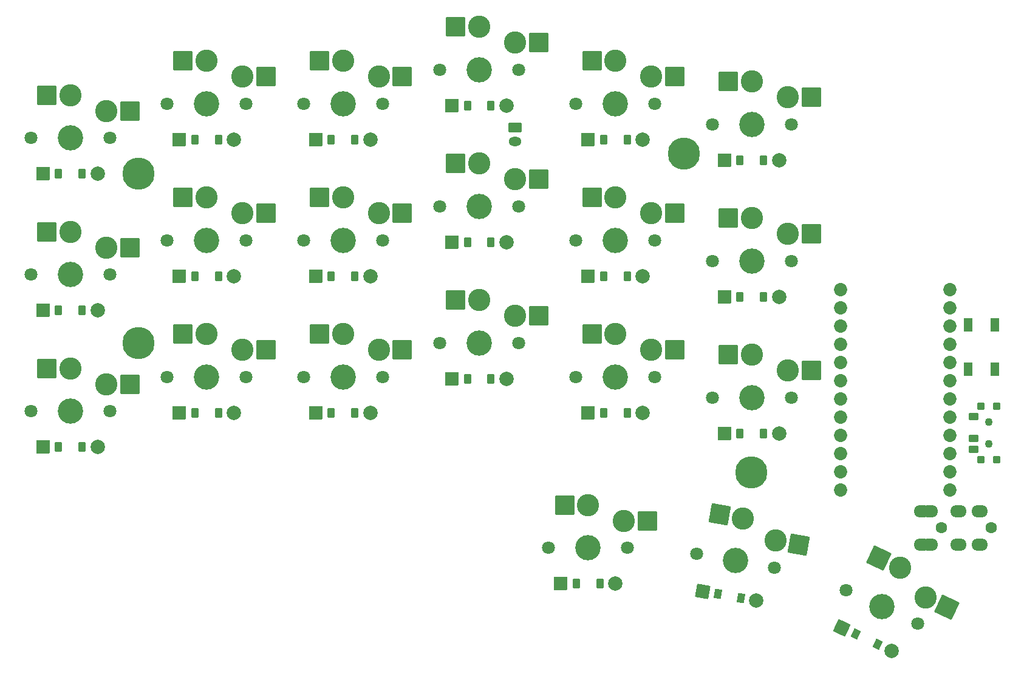
<source format=gbr>
%TF.GenerationSoftware,KiCad,Pcbnew,7.0.9*%
%TF.CreationDate,2024-08-18T04:48:21-07:00*%
%TF.ProjectId,left,6c656674-2e6b-4696-9361-645f70636258,v1.0.0*%
%TF.SameCoordinates,Original*%
%TF.FileFunction,Soldermask,Bot*%
%TF.FilePolarity,Negative*%
%FSLAX46Y46*%
G04 Gerber Fmt 4.6, Leading zero omitted, Abs format (unit mm)*
G04 Created by KiCad (PCBNEW 7.0.9) date 2024-08-18 04:48:21*
%MOMM*%
%LPD*%
G01*
G04 APERTURE LIST*
G04 Aperture macros list*
%AMRoundRect*
0 Rectangle with rounded corners*
0 $1 Rounding radius*
0 $2 $3 $4 $5 $6 $7 $8 $9 X,Y pos of 4 corners*
0 Add a 4 corners polygon primitive as box body*
4,1,4,$2,$3,$4,$5,$6,$7,$8,$9,$2,$3,0*
0 Add four circle primitives for the rounded corners*
1,1,$1+$1,$2,$3*
1,1,$1+$1,$4,$5*
1,1,$1+$1,$6,$7*
1,1,$1+$1,$8,$9*
0 Add four rect primitives between the rounded corners*
20,1,$1+$1,$2,$3,$4,$5,0*
20,1,$1+$1,$4,$5,$6,$7,0*
20,1,$1+$1,$6,$7,$8,$9,0*
20,1,$1+$1,$8,$9,$2,$3,0*%
G04 Aperture macros list end*
%ADD10RoundRect,0.050000X-0.625000X0.450000X-0.625000X-0.450000X0.625000X-0.450000X0.625000X0.450000X0*%
%ADD11RoundRect,0.050000X-0.450000X0.450000X-0.450000X-0.450000X0.450000X-0.450000X0.450000X0.450000X0*%
%ADD12C,1.100000*%
%ADD13RoundRect,0.050000X-0.550000X0.900000X-0.550000X-0.900000X0.550000X-0.900000X0.550000X0.900000X0*%
%ADD14C,1.801800*%
%ADD15C,3.100000*%
%ADD16C,3.529000*%
%ADD17RoundRect,0.050000X-1.300000X-1.300000X1.300000X-1.300000X1.300000X1.300000X-1.300000X1.300000X0*%
%ADD18RoundRect,0.050000X-1.727604X-0.628796X0.628796X-1.727604X1.727604X0.628796X-0.628796X1.727604X0*%
%ADD19RoundRect,0.050000X-0.889000X-0.889000X0.889000X-0.889000X0.889000X0.889000X-0.889000X0.889000X0*%
%ADD20RoundRect,0.050000X-0.450000X-0.600000X0.450000X-0.600000X0.450000X0.600000X-0.450000X0.600000X0*%
%ADD21C,2.005000*%
%ADD22RoundRect,0.050000X-1.181415X-0.430000X0.430000X-1.181415X1.181415X0.430000X-0.430000X1.181415X0*%
%ADD23RoundRect,0.050000X-0.661409X-0.353606X0.154268X-0.733963X0.661409X0.353606X-0.154268X0.733963X0*%
%ADD24C,1.600000*%
%ADD25O,2.300000X1.700000*%
%ADD26RoundRect,0.050000X-0.850000X0.600000X-0.850000X-0.600000X0.850000X-0.600000X0.850000X0.600000X0*%
%ADD27O,1.800000X1.300000*%
%ADD28RoundRect,0.050000X-1.505993X-1.054507X1.054507X-1.505993X1.505993X1.054507X-1.054507X1.505993X0*%
%ADD29C,0.800000*%
%ADD30C,4.500000*%
%ADD31RoundRect,0.050000X-1.029867X-0.721121X0.721121X-1.029867X1.029867X0.721121X-0.721121X1.029867X0*%
%ADD32RoundRect,0.050000X-0.547352X-0.512743X0.338975X-0.669026X0.547352X0.512743X-0.338975X0.669026X0*%
%ADD33C,1.852600*%
G04 APERTURE END LIST*
D10*
%TO.C,T1*%
X269374550Y-165102900D03*
X269374550Y-163602900D03*
X269374550Y-160602900D03*
D11*
X270349550Y-166552900D03*
X272549550Y-166552900D03*
D12*
X271449550Y-164352900D03*
X271449550Y-161352900D03*
D11*
X270349550Y-159152900D03*
X272549550Y-159152900D03*
%TD*%
D13*
%TO.C,B1*%
X272299550Y-147752900D03*
X272299550Y-153952900D03*
X268599550Y-147752900D03*
X268599550Y-153952900D03*
%TD*%
D14*
%TO.C,S5*%
X137949550Y-140757900D03*
D15*
X143449550Y-134807900D03*
D16*
X143449550Y-140757900D03*
D15*
X148449550Y-137007900D03*
D14*
X148949550Y-140757900D03*
D17*
X140174550Y-134807900D03*
X151724550Y-137007900D03*
%TD*%
D14*
%TO.C,S1*%
X251598465Y-184759355D03*
D15*
X259097737Y-181691224D03*
D16*
X256583158Y-187083755D03*
D15*
X262699515Y-185798192D03*
D14*
X261567851Y-189408155D03*
D18*
X256129579Y-180307149D03*
X265667673Y-187182267D03*
%TD*%
D19*
%TO.C,D5*%
X139639550Y-145757900D03*
D20*
X141799550Y-145757900D03*
X145099550Y-145757900D03*
D21*
X147259550Y-145757900D03*
%TD*%
D22*
%TO.C,D1*%
X251017034Y-190005118D03*
D23*
X252974659Y-190917974D03*
X255965475Y-192312614D03*
D21*
X257923100Y-193225470D03*
%TD*%
D14*
%TO.C,S20*%
X232949550Y-138852900D03*
D15*
X238449550Y-132902900D03*
D16*
X238449550Y-138852900D03*
D15*
X243449550Y-135102900D03*
D14*
X243949550Y-138852900D03*
D17*
X235174550Y-132902900D03*
X246724550Y-135102900D03*
%TD*%
D14*
%TO.C,S8*%
X156949550Y-135995400D03*
D15*
X162449550Y-130045400D03*
D16*
X162449550Y-135995400D03*
D15*
X167449550Y-132245400D03*
D14*
X167949550Y-135995400D03*
D17*
X159174550Y-130045400D03*
X170724550Y-132245400D03*
%TD*%
D19*
%TO.C,D11*%
X177639550Y-140995400D03*
D20*
X179799550Y-140995400D03*
X183099550Y-140995400D03*
D21*
X185259550Y-140995400D03*
%TD*%
D24*
%TO.C,TRRS1*%
X271846350Y-176100700D03*
X264846350Y-176100700D03*
D25*
X262146350Y-173800700D03*
X262146350Y-178400700D03*
X263246350Y-173800700D03*
X263246350Y-178400700D03*
X267246350Y-173800700D03*
X267246350Y-178400700D03*
X270246350Y-173800700D03*
X270246350Y-178400700D03*
%TD*%
D26*
%TO.C,JST1*%
X205449550Y-120232900D03*
D27*
X205449550Y-122232900D03*
%TD*%
D19*
%TO.C,D10*%
X177639550Y-160045400D03*
D20*
X179799550Y-160045400D03*
X183099550Y-160045400D03*
D21*
X185259550Y-160045400D03*
%TD*%
D19*
%TO.C,D4*%
X139639550Y-164807900D03*
D20*
X141799550Y-164807900D03*
X145099550Y-164807900D03*
D21*
X147259550Y-164807900D03*
%TD*%
D14*
%TO.C,S10*%
X175949550Y-155045400D03*
D15*
X181449550Y-149095400D03*
D16*
X181449550Y-155045400D03*
D15*
X186449550Y-151295400D03*
D14*
X186949550Y-155045400D03*
D17*
X178174550Y-149095400D03*
X189724550Y-151295400D03*
%TD*%
D19*
%TO.C,D12*%
X177639550Y-121945400D03*
D20*
X179799550Y-121945400D03*
X183099550Y-121945400D03*
D21*
X185259550Y-121945400D03*
%TD*%
D14*
%TO.C,S2*%
X230782400Y-179701540D03*
D15*
X237232050Y-174796999D03*
D16*
X236198843Y-180656605D03*
D15*
X241774062Y-177831817D03*
D14*
X241615286Y-181611670D03*
D28*
X234006804Y-174228301D03*
X244999308Y-178400515D03*
%TD*%
D19*
%TO.C,D20*%
X234639550Y-143852900D03*
D20*
X236799550Y-143852900D03*
X240099550Y-143852900D03*
D21*
X242259550Y-143852900D03*
%TD*%
D14*
%TO.C,S3*%
X210139550Y-178857900D03*
D15*
X215639550Y-172907900D03*
D16*
X215639550Y-178857900D03*
D15*
X220639550Y-175107900D03*
D14*
X221139550Y-178857900D03*
D17*
X212364550Y-172907900D03*
X223914550Y-175107900D03*
%TD*%
D19*
%TO.C,D16*%
X215639550Y-160045400D03*
D20*
X217799550Y-160045400D03*
X221099550Y-160045400D03*
D21*
X223259550Y-160045400D03*
%TD*%
D14*
%TO.C,S17*%
X213949550Y-135995400D03*
D15*
X219449550Y-130045400D03*
D16*
X219449550Y-135995400D03*
D15*
X224449550Y-132245400D03*
D14*
X224949550Y-135995400D03*
D17*
X216174550Y-130045400D03*
X227724550Y-132245400D03*
%TD*%
D19*
%TO.C,D21*%
X234639550Y-124802900D03*
D20*
X236799550Y-124802900D03*
X240099550Y-124802900D03*
D21*
X242259550Y-124802900D03*
%TD*%
D19*
%TO.C,D19*%
X234639550Y-162902900D03*
D20*
X236799550Y-162902900D03*
X240099550Y-162902900D03*
D21*
X242259550Y-162902900D03*
%TD*%
D29*
%TO.C,_2*%
X151299550Y-150307900D03*
X151782824Y-149141174D03*
X151782824Y-151474626D03*
X152949550Y-148657900D03*
D30*
X152949550Y-150307900D03*
D29*
X152949550Y-151957900D03*
X154116276Y-149141174D03*
X154116276Y-151474626D03*
X154599550Y-150307900D03*
%TD*%
D14*
%TO.C,S12*%
X175949550Y-116945400D03*
D15*
X181449550Y-110995400D03*
D16*
X181449550Y-116945400D03*
D15*
X186449550Y-113195400D03*
D14*
X186949550Y-116945400D03*
D17*
X178174550Y-110995400D03*
X189724550Y-113195400D03*
%TD*%
D14*
%TO.C,S9*%
X156949550Y-116945400D03*
D15*
X162449550Y-110995400D03*
D16*
X162449550Y-116945400D03*
D15*
X167449550Y-113195400D03*
D14*
X167949550Y-116945400D03*
D17*
X159174550Y-110995400D03*
X170724550Y-113195400D03*
%TD*%
D29*
%TO.C,_3*%
X227299550Y-123945400D03*
X227782824Y-122778674D03*
X227782824Y-125112126D03*
X228949550Y-122295400D03*
D30*
X228949550Y-123945400D03*
D29*
X228949550Y-125595400D03*
X230116276Y-122778674D03*
X230116276Y-125112126D03*
X230599550Y-123945400D03*
%TD*%
D19*
%TO.C,D15*%
X196639550Y-117182900D03*
D20*
X198799550Y-117182900D03*
X202099550Y-117182900D03*
D21*
X204259550Y-117182900D03*
%TD*%
D29*
%TO.C,_4*%
X236744512Y-168059989D03*
X237423044Y-166994907D03*
X237017844Y-169292909D03*
X238655964Y-166721575D03*
D30*
X238369445Y-168346508D03*
D29*
X238082926Y-169971441D03*
X239721046Y-167400107D03*
X239315846Y-169698109D03*
X239994378Y-168633027D03*
%TD*%
D14*
%TO.C,S6*%
X137949550Y-121707900D03*
D15*
X143449550Y-115757900D03*
D16*
X143449550Y-121707900D03*
D15*
X148449550Y-117957900D03*
D14*
X148949550Y-121707900D03*
D17*
X140174550Y-115757900D03*
X151724550Y-117957900D03*
%TD*%
%TO.C,S7*%
X170724550Y-151295400D03*
X159174550Y-149095400D03*
D14*
X167949550Y-155045400D03*
D15*
X167449550Y-151295400D03*
D16*
X162449550Y-155045400D03*
D15*
X162449550Y-149095400D03*
D14*
X156949550Y-155045400D03*
%TD*%
%TO.C,S14*%
X194949550Y-131232900D03*
D15*
X200449550Y-125282900D03*
D16*
X200449550Y-131232900D03*
D15*
X205449550Y-127482900D03*
D14*
X205949550Y-131232900D03*
D17*
X197174550Y-125282900D03*
X208724550Y-127482900D03*
%TD*%
D19*
%TO.C,D17*%
X215639550Y-140995400D03*
D20*
X217799550Y-140995400D03*
X221099550Y-140995400D03*
D21*
X223259550Y-140995400D03*
%TD*%
D19*
%TO.C,D8*%
X158639550Y-140995400D03*
D20*
X160799550Y-140995400D03*
X164099550Y-140995400D03*
D21*
X166259550Y-140995400D03*
%TD*%
D31*
%TO.C,D2*%
X231578484Y-184919044D03*
D32*
X233705669Y-185294125D03*
X236955535Y-185867163D03*
D21*
X239082720Y-186242244D03*
%TD*%
D14*
%TO.C,S13*%
X194949550Y-150282900D03*
D15*
X200449550Y-144332900D03*
D16*
X200449550Y-150282900D03*
D15*
X205449550Y-146532900D03*
D14*
X205949550Y-150282900D03*
D17*
X197174550Y-144332900D03*
X208724550Y-146532900D03*
%TD*%
D14*
%TO.C,S11*%
X175949550Y-135995400D03*
D15*
X181449550Y-130045400D03*
D16*
X181449550Y-135995400D03*
D15*
X186449550Y-132245400D03*
D14*
X186949550Y-135995400D03*
D17*
X178174550Y-130045400D03*
X189724550Y-132245400D03*
%TD*%
D14*
%TO.C,S4*%
X137949550Y-159807900D03*
D15*
X143449550Y-153857900D03*
D16*
X143449550Y-159807900D03*
D15*
X148449550Y-156057900D03*
D14*
X148949550Y-159807900D03*
D17*
X140174550Y-153857900D03*
X151724550Y-156057900D03*
%TD*%
D19*
%TO.C,D3*%
X211829550Y-183857900D03*
D20*
X213989550Y-183857900D03*
X217289550Y-183857900D03*
D21*
X219449550Y-183857900D03*
%TD*%
D14*
%TO.C,S21*%
X232949550Y-119802900D03*
D15*
X238449550Y-113852900D03*
D16*
X238449550Y-119802900D03*
D15*
X243449550Y-116052900D03*
D14*
X243949550Y-119802900D03*
D17*
X235174550Y-113852900D03*
X246724550Y-116052900D03*
%TD*%
D14*
%TO.C,S16*%
X213949550Y-155045400D03*
D15*
X219449550Y-149095400D03*
D16*
X219449550Y-155045400D03*
D15*
X224449550Y-151295400D03*
D14*
X224949550Y-155045400D03*
D17*
X216174550Y-149095400D03*
X227724550Y-151295400D03*
%TD*%
D19*
%TO.C,D6*%
X139639550Y-126707900D03*
D20*
X141799550Y-126707900D03*
X145099550Y-126707900D03*
D21*
X147259550Y-126707900D03*
%TD*%
D14*
%TO.C,S18*%
X213949550Y-116945400D03*
D15*
X219449550Y-110995400D03*
D16*
X219449550Y-116945400D03*
D15*
X224449550Y-113195400D03*
D14*
X224949550Y-116945400D03*
D17*
X216174550Y-110995400D03*
X227724550Y-113195400D03*
%TD*%
D33*
%TO.C,MCU1*%
X250829550Y-142882900D03*
X250829550Y-145422900D03*
X250829550Y-147962900D03*
X250829550Y-150502900D03*
X250829550Y-153042900D03*
X250829550Y-155582900D03*
X250829550Y-158122900D03*
X250829550Y-160662900D03*
X250829550Y-163202900D03*
X250829550Y-165742900D03*
X250829550Y-168282900D03*
X250829550Y-170822900D03*
X266069550Y-170822900D03*
X266069550Y-168282900D03*
X266069550Y-165742900D03*
X266069550Y-163202900D03*
X266069550Y-160662900D03*
X266069550Y-158122900D03*
X266069550Y-155582900D03*
X266069550Y-153042900D03*
X266069550Y-150502900D03*
X266069550Y-147962900D03*
X266069550Y-145422900D03*
X266069550Y-142882900D03*
%TD*%
D19*
%TO.C,D9*%
X158639550Y-121945400D03*
D20*
X160799550Y-121945400D03*
X164099550Y-121945400D03*
D21*
X166259550Y-121945400D03*
%TD*%
D14*
%TO.C,S15*%
X194949550Y-112182900D03*
D15*
X200449550Y-106232900D03*
D16*
X200449550Y-112182900D03*
D15*
X205449550Y-108432900D03*
D14*
X205949550Y-112182900D03*
D17*
X197174550Y-106232900D03*
X208724550Y-108432900D03*
%TD*%
D19*
%TO.C,D18*%
X215639550Y-121945400D03*
D20*
X217799550Y-121945400D03*
X221099550Y-121945400D03*
D21*
X223259550Y-121945400D03*
%TD*%
D19*
%TO.C,D13*%
X196639550Y-155282900D03*
D20*
X198799550Y-155282900D03*
X202099550Y-155282900D03*
D21*
X204259550Y-155282900D03*
%TD*%
D19*
%TO.C,D14*%
X196639550Y-136232900D03*
D20*
X198799550Y-136232900D03*
X202099550Y-136232900D03*
D21*
X204259550Y-136232900D03*
%TD*%
D14*
%TO.C,S19*%
X232949550Y-157902900D03*
D15*
X238449550Y-151952900D03*
D16*
X238449550Y-157902900D03*
D15*
X243449550Y-154152900D03*
D14*
X243949550Y-157902900D03*
D17*
X235174550Y-151952900D03*
X246724550Y-154152900D03*
%TD*%
D19*
%TO.C,D7*%
X158639550Y-160045400D03*
D20*
X160799550Y-160045400D03*
X164099550Y-160045400D03*
D21*
X166259550Y-160045400D03*
%TD*%
D29*
%TO.C,_1*%
X151299550Y-126707900D03*
X151782824Y-125541174D03*
X151782824Y-127874626D03*
X152949550Y-125057900D03*
D30*
X152949550Y-126707900D03*
D29*
X152949550Y-128357900D03*
X154116276Y-125541174D03*
X154116276Y-127874626D03*
X154599550Y-126707900D03*
%TD*%
M02*

</source>
